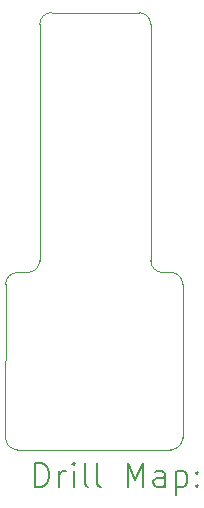
<source format=gbr>
%TF.GenerationSoftware,KiCad,Pcbnew,(6.0.11)*%
%TF.CreationDate,2023-12-04T14:39:34+00:00*%
%TF.ProjectId,EcoIDSolder,45636f49-4453-46f6-9c64-65722e6b6963,rev?*%
%TF.SameCoordinates,Original*%
%TF.FileFunction,Drillmap*%
%TF.FilePolarity,Positive*%
%FSLAX45Y45*%
G04 Gerber Fmt 4.5, Leading zero omitted, Abs format (unit mm)*
G04 Created by KiCad (PCBNEW (6.0.11)) date 2023-12-04 14:39:34*
%MOMM*%
%LPD*%
G01*
G04 APERTURE LIST*
%ADD10C,0.100000*%
%ADD11C,0.200000*%
G04 APERTURE END LIST*
D10*
X14200000Y-9180000D02*
G75*
G03*
X14300000Y-9080000I0J100000D01*
G01*
X15240000Y-7080000D02*
G75*
G03*
X15140000Y-6980000I-100000J0D01*
G01*
X14400000Y-6980000D02*
G75*
G03*
X14300000Y-7080000I0J-100000D01*
G01*
X14110711Y-9180711D02*
G75*
G03*
X14010711Y-9280711I0J-100000D01*
G01*
X15240000Y-9080000D02*
G75*
G03*
X15340000Y-9180000I100000J0D01*
G01*
X15510000Y-9280000D02*
G75*
G03*
X15410000Y-9180000I-100000J0D01*
G01*
X15410000Y-10680000D02*
G75*
G03*
X15510000Y-10580000I0J100000D01*
G01*
X14010000Y-10580000D02*
G75*
G03*
X14110000Y-10680000I100000J0D01*
G01*
X15340000Y-9180000D02*
X15410000Y-9180000D01*
X15510000Y-9280000D02*
X15510000Y-10580000D01*
X14110000Y-10680000D02*
X15410000Y-10680000D01*
X14010711Y-9280711D02*
X14010000Y-10580000D01*
X14200000Y-9180000D02*
X14110711Y-9180711D01*
X15240000Y-7080000D02*
X15240000Y-9080000D01*
X14300000Y-9080000D02*
X14300000Y-7080000D01*
X14400000Y-6980000D02*
X15140000Y-6980000D01*
D11*
X14262619Y-10995476D02*
X14262619Y-10795476D01*
X14310238Y-10795476D01*
X14338809Y-10805000D01*
X14357857Y-10824048D01*
X14367381Y-10843095D01*
X14376905Y-10881190D01*
X14376905Y-10909762D01*
X14367381Y-10947857D01*
X14357857Y-10966905D01*
X14338809Y-10985952D01*
X14310238Y-10995476D01*
X14262619Y-10995476D01*
X14462619Y-10995476D02*
X14462619Y-10862143D01*
X14462619Y-10900238D02*
X14472143Y-10881190D01*
X14481667Y-10871667D01*
X14500714Y-10862143D01*
X14519762Y-10862143D01*
X14586428Y-10995476D02*
X14586428Y-10862143D01*
X14586428Y-10795476D02*
X14576905Y-10805000D01*
X14586428Y-10814524D01*
X14595952Y-10805000D01*
X14586428Y-10795476D01*
X14586428Y-10814524D01*
X14710238Y-10995476D02*
X14691190Y-10985952D01*
X14681667Y-10966905D01*
X14681667Y-10795476D01*
X14815000Y-10995476D02*
X14795952Y-10985952D01*
X14786428Y-10966905D01*
X14786428Y-10795476D01*
X15043571Y-10995476D02*
X15043571Y-10795476D01*
X15110238Y-10938333D01*
X15176905Y-10795476D01*
X15176905Y-10995476D01*
X15357857Y-10995476D02*
X15357857Y-10890714D01*
X15348333Y-10871667D01*
X15329286Y-10862143D01*
X15291190Y-10862143D01*
X15272143Y-10871667D01*
X15357857Y-10985952D02*
X15338809Y-10995476D01*
X15291190Y-10995476D01*
X15272143Y-10985952D01*
X15262619Y-10966905D01*
X15262619Y-10947857D01*
X15272143Y-10928810D01*
X15291190Y-10919286D01*
X15338809Y-10919286D01*
X15357857Y-10909762D01*
X15453095Y-10862143D02*
X15453095Y-11062143D01*
X15453095Y-10871667D02*
X15472143Y-10862143D01*
X15510238Y-10862143D01*
X15529286Y-10871667D01*
X15538809Y-10881190D01*
X15548333Y-10900238D01*
X15548333Y-10957381D01*
X15538809Y-10976429D01*
X15529286Y-10985952D01*
X15510238Y-10995476D01*
X15472143Y-10995476D01*
X15453095Y-10985952D01*
X15634048Y-10976429D02*
X15643571Y-10985952D01*
X15634048Y-10995476D01*
X15624524Y-10985952D01*
X15634048Y-10976429D01*
X15634048Y-10995476D01*
X15634048Y-10871667D02*
X15643571Y-10881190D01*
X15634048Y-10890714D01*
X15624524Y-10881190D01*
X15634048Y-10871667D01*
X15634048Y-10890714D01*
M02*

</source>
